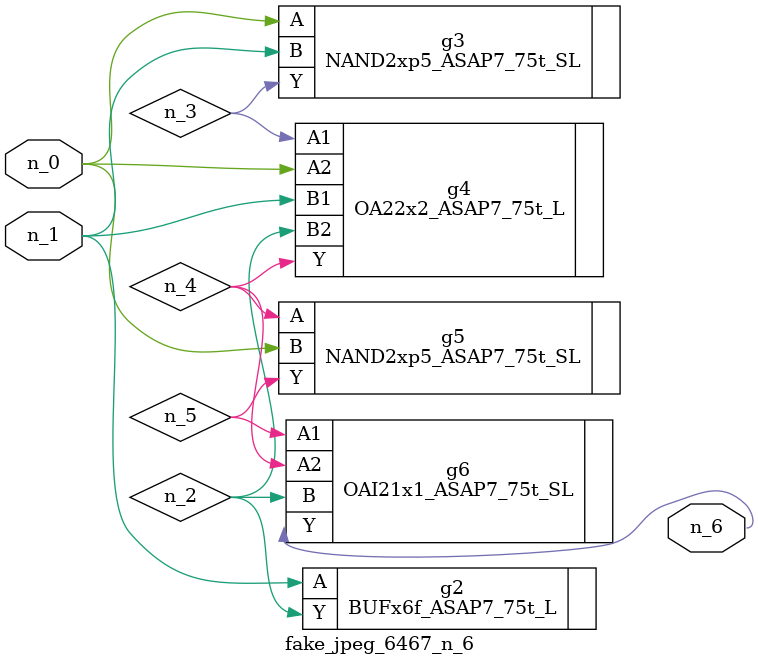
<source format=v>
module fake_jpeg_6467_n_6 (n_0, n_1, n_6);

input n_0;
input n_1;

output n_6;

wire n_2;
wire n_3;
wire n_4;
wire n_5;

BUFx6f_ASAP7_75t_L g2 ( 
.A(n_1),
.Y(n_2)
);

NAND2xp5_ASAP7_75t_SL g3 ( 
.A(n_0),
.B(n_1),
.Y(n_3)
);

OA22x2_ASAP7_75t_L g4 ( 
.A1(n_3),
.A2(n_0),
.B1(n_1),
.B2(n_2),
.Y(n_4)
);

NAND2xp5_ASAP7_75t_SL g5 ( 
.A(n_4),
.B(n_0),
.Y(n_5)
);

OAI21x1_ASAP7_75t_SL g6 ( 
.A1(n_5),
.A2(n_4),
.B(n_2),
.Y(n_6)
);


endmodule
</source>
